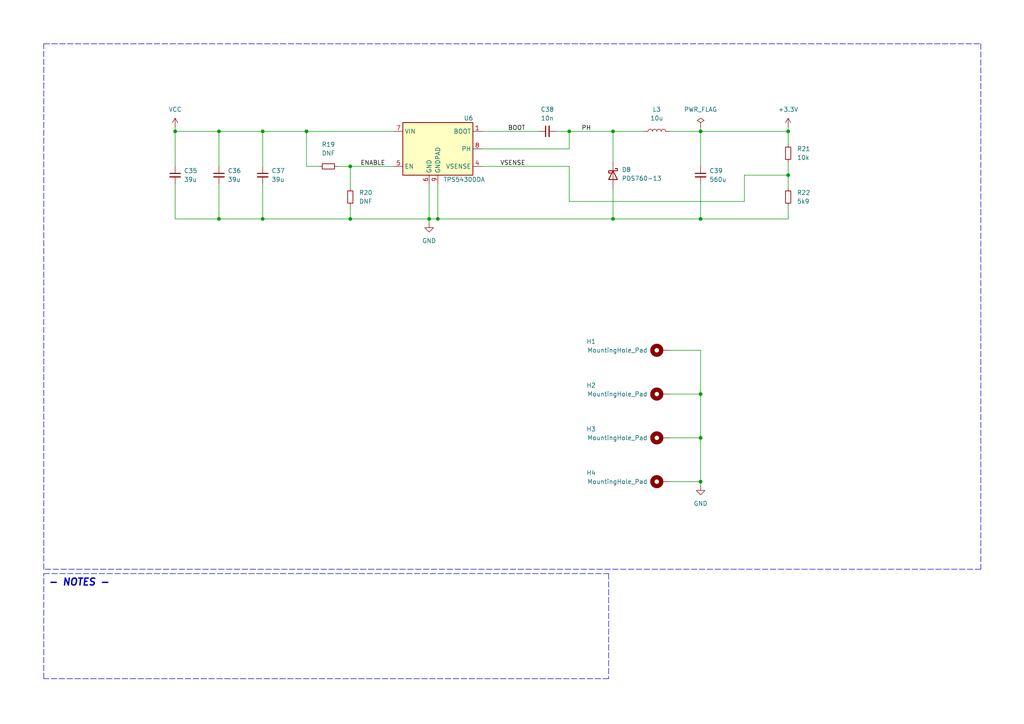
<source format=kicad_sch>
(kicad_sch (version 20211123) (generator eeschema)
  (paper "A4")
  (title_block (title "Caliban") (date "2023-02-25") (rev "A"))
  (lib_symbols
    (symbol "Device:C_Small" (pin_numbers hide) (pin_names (offset 0.254) hide)
      (property "Reference" "C" (at 0.254 1.778 0))
      (property "Value" "C_Small" (at 0.254 -2.032 0))
      (symbol "C_Small_0_1"
        (polyline (pts (xy -1.524 -0.508) (xy 1.524 -0.508)) (stroke (width 0.3302)))
        (polyline (pts (xy -1.524 0.508) (xy 1.524 0.508)) (stroke (width 0.3048)))
      )
      (symbol "C_Small_1_1"
        (pin passive line (at 0 2.54 270) (length 2.032) (name "~") (number "1"))
        (pin passive line (at 0 -2.54 90) (length 2.032) (name "~") (number "2"))
      )
    )
    (symbol "Device:D_Schottky" (pin_numbers hide) (pin_names (offset 1.016) hide)
      (property "Reference" "D" (at 0 2.54 0))
      (property "Value" "D_Schottky" (at 0 -2.54 0))
      (symbol "D_Schottky_0_1"
        (polyline (pts (xy 1.27 0) (xy -1.27 0)))
        (polyline (pts (xy 1.27 1.27) (xy 1.27 -1.27) (xy -1.27 0) (xy 1.27 1.27)) (stroke (width 0.254)))
        (polyline (pts (xy -1.905 0.635) (xy -1.905 1.27) (xy -1.27 1.27) (xy -1.27 -1.27) (xy -0.635 -1.27) (xy -0.635 -0.635)) (stroke (width 0.254)))
      )
      (symbol "D_Schottky_1_1"
        (pin passive line (at -3.81 0 0) (length 2.54) (name "K") (number "1"))
        (pin passive line (at 3.81 0 180) (length 2.54) (name "A") (number "2"))
      )
    )
    (symbol "Device:L" (pin_numbers hide) (pin_names (offset 1.016) hide)
      (property "Reference" "L" (at -1.27 0 90))
      (property "Value" "L" (at 1.905 0 90))
      (symbol "L_0_1"
        (arc (start 0 -2.54) (mid 0.635 -1.905) (end 0 -1.27))
        (arc (start 0 -1.27) (mid 0.635 -0.635) (end 0 0))
        (arc (start 0 0) (mid 0.635 0.635) (end 0 1.27))
        (arc (start 0 1.27) (mid 0.635 1.905) (end 0 2.54))
      )
      (symbol "L_1_1"
        (pin passive line (at 0 3.81 270) (length 1.27) (name "1") (number "1"))
        (pin passive line (at 0 -3.81 90) (length 1.27) (name "2") (number "2"))
      )
    )
    (symbol "Device:R_Small" (pin_numbers hide) (pin_names (offset 0.254) hide)
      (property "Reference" "R" (at 0.762 0.508 0))
      (property "Value" "R_Small" (at 0.762 -1.016 0))
      (symbol "R_Small_0_1"
        (rectangle (start -0.762 1.778) (end 0.762 -1.778) (stroke (width 0.2032)))
      )
      (symbol "R_Small_1_1"
        (pin passive line (at 0 2.54 270) (length 0.762) (name "~") (number "1"))
        (pin passive line (at 0 -2.54 90) (length 0.762) (name "~") (number "2"))
      )
    )
    (symbol "Mechanical:MountingHole_Pad" (pin_numbers hide) (pin_names (offset 1.016) hide)
      (property "Reference" "H" (at 0 6.35 0))
      (property "Value" "MountingHole_Pad" (at 0 4.445 0))
      (symbol "MountingHole_Pad_0_1"
        (circle (center 0 1.27) (radius 1.27) (stroke (width 1.27)))
      )
      (symbol "MountingHole_Pad_1_1"
        (pin input line (at 0 -2.54 90) (length 2.54) (name "1") (number "1"))
      )
    )
    (symbol "Regulator_Switching:TPS5430DDA"
      (property "Reference" "U" (at -10.16 8.89 0))
      (property "Value" "TPS5430DDA" (at -1.27 8.89 0))
      (symbol "TPS5430DDA_0_1"
        (rectangle (start -10.16 7.62) (end 10.16 -7.62) (stroke (width 0.254)) (fill (type background)))
      )
      (symbol "TPS5430DDA_1_1"
        (pin input line (at 12.7 5.08 180) (length 2.54) (name "BOOT") (number "1"))
        (pin no_connect line (at -10.16 2.54 0) (length 2.54) hide (name "NC") (number "2"))
        (pin no_connect line (at -10.16 -2.54 0) (length 2.54) hide (name "NC") (number "3"))
        (pin input line (at 12.7 -5.08 180) (length 2.54) (name "VSENSE") (number "4"))
        (pin input line (at -12.7 -5.08 0) (length 2.54) (name "EN") (number "5"))
        (pin power_in line (at -2.54 -10.16 90) (length 2.54) (name "GND") (number "6"))
        (pin power_in line (at -12.7 5.08 0) (length 2.54) (name "VIN") (number "7"))
        (pin output line (at 12.7 0 180) (length 2.54) (name "PH") (number "8"))
        (pin power_in line (at 0 -10.16 90) (length 2.54) (name "GNDPAD") (number "9"))
      )
    )
    (symbol "power:+3.3V" (power) (pin_names (offset 0))
      (property "Value" "+3.3V" (at 0 3.556 0))
      (symbol "+3.3V_0_1"
        (polyline (pts (xy -0.762 1.27) (xy 0 2.54)))
        (polyline (pts (xy 0 0) (xy 0 2.54)))
        (polyline (pts (xy 0 2.54) (xy 0.762 1.27)))
      )
      (symbol "+3.3V_1_1"
        (pin power_in line (at 0 0 90) (length 0) hide (name "+3.3V") (number "1"))
      )
    )
    (symbol "power:GND" (power) (pin_names (offset 0))
      (property "Value" "GND" (at 0 -3.81 0))
      (symbol "GND_0_1"
        (polyline (pts (xy 0 0) (xy 0 -1.27) (xy 1.27 -1.27) (xy 0 -2.54) (xy -1.27 -1.27) (xy 0 -1.27)))
      )
      (symbol "GND_1_1"
        (pin power_in line (at 0 0 270) (length 0) hide (name "GND") (number "1"))
      )
    )
    (symbol "power:PWR_FLAG" (power) (pin_numbers hide) (pin_names (offset 0) hide)
      (property "Value" "PWR_FLAG" (at 0 3.81 0))
      (symbol "PWR_FLAG_0_0"
        (pin power_out line (at 0 0 90) (length 0) (name "pwr") (number "1"))
      )
      (symbol "PWR_FLAG_0_1"
        (polyline (pts (xy 0 0) (xy 0 1.27) (xy -1.016 1.905) (xy 0 2.54) (xy 1.016 1.905) (xy 0 1.27)))
      )
    )
    (symbol "power:VCC" (power) (pin_names (offset 0))
      (property "Value" "VCC" (at 0 3.81 0))
      (symbol "VCC_0_1"
        (polyline (pts (xy -0.762 1.27) (xy 0 2.54)))
        (polyline (pts (xy 0 0) (xy 0 2.54)))
        (polyline (pts (xy 0 2.54) (xy 0.762 1.27)))
      )
      (symbol "VCC_1_1"
        (pin power_in line (at 0 0 90) (length 0) hide (name "VCC") (number "1"))
      )
    )
  )
  (junction (at 177.8 63.5))
  (junction (at 203.2 63.5))
  (junction (at 203.2 139.7))
  (junction (at 101.6 48.26))
  (junction (at 228.6 50.8))
  (junction (at 124.46 63.5))
  (junction (at 88.9 38.1))
  (junction (at 63.5 38.1))
  (junction (at 76.2 38.1))
  (junction (at 101.6 63.5))
  (junction (at 203.2 127))
  (junction (at 177.8 38.1))
  (junction (at 203.2 38.1))
  (junction (at 127 63.5))
  (junction (at 50.8 38.1))
  (junction (at 63.5 63.5))
  (junction (at 76.2 63.5))
  (junction (at 228.6 38.1))
  (junction (at 165.1 38.1))
  (junction (at 203.2 114.3))
  (polyline (pts (xy 176.53 166.37) (xy 176.53 196.85)))
  (wire (pts (xy 177.8 38.1) (xy 177.8 46.99)))
  (wire (pts (xy 203.2 38.1) (xy 203.2 48.26)))
  (wire (pts (xy 76.2 63.5) (xy 101.6 63.5)))
  (wire (pts (xy 76.2 38.1) (xy 88.9 38.1)))
  (wire (pts (xy 127 53.34) (xy 127 63.5)))
  (wire (pts (xy 177.8 38.1) (xy 186.69 38.1)))
  (wire (pts (xy 88.9 48.26) (xy 92.71 48.26)))
  (wire (pts (xy 228.6 46.99) (xy 228.6 50.8)))
  (wire (pts (xy 203.2 63.5) (xy 228.6 63.5)))
  (wire (pts (xy 203.2 114.3) (xy 203.2 127)))
  (wire (pts (xy 228.6 59.69) (xy 228.6 63.5)))
  (wire (pts (xy 50.8 53.34) (xy 50.8 63.5)))
  (wire (pts (xy 165.1 48.26) (xy 165.1 58.42)))
  (wire (pts (xy 228.6 41.91) (xy 228.6 38.1)))
  (wire (pts (xy 97.79 48.26) (xy 101.6 48.26)))
  (wire (pts (xy 101.6 48.26) (xy 114.3 48.26)))
  (wire (pts (xy 124.46 63.5) (xy 124.46 53.34)))
  (wire (pts (xy 203.2 139.7) (xy 194.31 139.7)))
  (wire (pts (xy 228.6 50.8) (xy 228.6 54.61)))
  (wire (pts (xy 203.2 127) (xy 194.31 127)))
  (polyline (pts (xy 12.7 196.85) (xy 12.7 166.37)))
  (wire (pts (xy 215.9 50.8) (xy 228.6 50.8)))
  (wire (pts (xy 177.8 63.5) (xy 203.2 63.5)))
  (wire (pts (xy 124.46 63.5) (xy 127 63.5)))
  (polyline (pts (xy 12.7 166.37) (xy 176.53 166.37)))
  (wire (pts (xy 194.31 38.1) (xy 203.2 38.1)))
  (wire (pts (xy 165.1 38.1) (xy 165.1 43.18)))
  (wire (pts (xy 50.8 63.5) (xy 63.5 63.5)))
  (wire (pts (xy 139.7 38.1) (xy 156.21 38.1)))
  (wire (pts (xy 63.5 53.34) (xy 63.5 63.5)))
  (wire (pts (xy 228.6 36.83) (xy 228.6 38.1)))
  (wire (pts (xy 76.2 53.34) (xy 76.2 63.5)))
  (polyline (pts (xy 12.7 165.1) (xy 12.7 12.7)))
  (wire (pts (xy 50.8 36.83) (xy 50.8 38.1)))
  (wire (pts (xy 76.2 38.1) (xy 76.2 48.26)))
  (wire (pts (xy 127 63.5) (xy 177.8 63.5)))
  (wire (pts (xy 203.2 63.5) (xy 203.2 53.34)))
  (wire (pts (xy 139.7 48.26) (xy 165.1 48.26)))
  (wire (pts (xy 161.29 38.1) (xy 165.1 38.1)))
  (wire (pts (xy 50.8 38.1) (xy 50.8 48.26)))
  (wire (pts (xy 194.31 114.3) (xy 203.2 114.3)))
  (wire (pts (xy 124.46 63.5) (xy 124.46 64.77)))
  (polyline (pts (xy 284.48 165.1) (xy 12.7 165.1)))
  (wire (pts (xy 165.1 38.1) (xy 177.8 38.1)))
  (polyline (pts (xy 12.7 12.7) (xy 284.48 12.7)))
  (polyline (pts (xy 284.48 12.7) (xy 284.48 165.1)))
  (wire (pts (xy 203.2 36.83) (xy 203.2 38.1)))
  (polyline (pts (xy 176.53 196.85) (xy 12.7 196.85)))
  (wire (pts (xy 101.6 63.5) (xy 124.46 63.5)))
  (wire (pts (xy 165.1 58.42) (xy 215.9 58.42)))
  (wire (pts (xy 63.5 38.1) (xy 76.2 38.1)))
  (wire (pts (xy 203.2 38.1) (xy 228.6 38.1)))
  (wire (pts (xy 203.2 139.7) (xy 203.2 140.97)))
  (wire (pts (xy 50.8 38.1) (xy 63.5 38.1)))
  (wire (pts (xy 88.9 38.1) (xy 114.3 38.1)))
  (wire (pts (xy 215.9 50.8) (xy 215.9 58.42)))
  (wire (pts (xy 101.6 59.69) (xy 101.6 63.5)))
  (wire (pts (xy 63.5 63.5) (xy 76.2 63.5)))
  (wire (pts (xy 63.5 38.1) (xy 63.5 48.26)))
  (wire (pts (xy 203.2 127) (xy 203.2 139.7)))
  (wire (pts (xy 177.8 54.61) (xy 177.8 63.5)))
  (wire (pts (xy 203.2 101.6) (xy 203.2 114.3)))
  (wire (pts (xy 101.6 48.26) (xy 101.6 54.61)))
  (wire (pts (xy 139.7 43.18) (xy 165.1 43.18)))
  (wire (pts (xy 194.31 101.6) (xy 203.2 101.6)))
  (wire (pts (xy 88.9 38.1) (xy 88.9 48.26)))
  (text "- NOTES -" (at 13.97 170.18 0) (effects (font (size 2 2) (thickness 0.4) bold italic) (justify left bottom)))
  (label "ENABLE" (at 111.76 48.26 180))
  (label "BOOT" (at 152.4 38.1 180))
  (label "VSENSE" (at 152.4 48.26 180))
  (label "PH" (at 171.45 38.1 180))
  (symbol (lib_id "Device:D_Schottky") (at 177.8 50.8 270) (unit 1)
    (property "Reference" "D8" (at 180.34 49.2124 90) (effects (justify left)))
    (property "Value" "PDS760-13" (at 180.34 51.7524 90) (effects (justify left)))
    (property "Footprint" "Diode_SMD:D_PowerDI-5" (effects hide))
  )
  (symbol (lib_id "power:GND") (at 203.2 140.97 0) (unit 1)
    (property "Reference" "#PWR0101" (effects hide))
    (property "Value" "GND" (at 203.2 146.05 0))
  )
  (symbol (lib_id "Device:L") (at 190.5 38.1 90) (unit 1)
    (property "Reference" "L3" (at 190.5 31.75 90))
    (property "Value" "10u" (at 190.5 34.29 90))
    (property "Footprint" "Inductor_SMD:L_Vishay_IHLP-4040" (effects hide))
  )
  (symbol (lib_id "power:GND") (at 124.46 64.77 0) (unit 1)
    (property "Reference" "#PWR0136" (effects hide))
    (property "Value" "GND" (at 124.46 69.85 0))
  )
  (symbol (lib_id "Device:C_Small") (at 50.8 50.8 0) (unit 1)
    (property "Reference" "C35" (at 53.34 49.5362 0) (effects (justify left)))
    (property "Value" "39u" (at 53.34 52.0762 0) (effects (justify left)))
    (property "Footprint" "Capacitor_SMD:CP_Elec_8x11.9" (effects hide))
  )
  (symbol (lib_id "power:PWR_FLAG") (at 203.2 36.83 0) (unit 1)
    (property "Reference" "#FLG0103" (effects hide))
    (property "Value" "PWR_FLAG" (at 203.2 31.75 0))
  )
  (symbol (lib_id "power:+3.3V") (at 228.6 36.83 0) (unit 1)
    (property "Reference" "#PWR0135" (effects hide))
    (property "Value" "+3.3V" (at 228.6 31.75 0))
  )
  (symbol (lib_id "Device:R_Small") (at 228.6 44.45 0) (unit 1)
    (property "Reference" "R21" (at 231.14 43.1799 0) (effects (justify left)))
    (property "Value" "10k" (at 231.14 45.7199 0) (effects (justify left)))
    (property "Footprint" "Resistor_SMD:R_0402_1005Metric_Pad0.72x0.64mm_HandSolder" (effects hide))
  )
  (symbol (lib_id "Device:C_Small") (at 203.2 50.8 0) (unit 1)
    (property "Reference" "C39" (at 205.74 49.5362 0) (effects (justify left)))
    (property "Value" "560u" (at 205.74 52.0762 0) (effects (justify left)))
    (property "Footprint" "Capacitor_SMD:CP_Elec_8x11.9" (effects hide))
  )
  (symbol (lib_id "Mechanical:MountingHole_Pad") (at 191.77 127 90) (unit 1)
    (property "Reference" "H3" (at 171.45 124.46 90))
    (property "Value" "MountingHole_Pad" (at 179.07 127 90))
    (property "Footprint" "MountingHole:MountingHole_2.2mm_M2_Pad" (effects hide))
  )
  (symbol (lib_id "Regulator_Switching:TPS5430DDA") (at 127 43.18 0) (unit 1)
    (property "Reference" "U6" (at 135.89 34.29 0))
    (property "Value" "TPS5430DDA" (at 134.62 52.07 0))
    (property "Footprint" "Package_SO:TI_SO-PowerPAD-8_ThermalVias" (effects hide))
    (property "Datasheet" "http://www.ti.com/lit/ds/symlink/tps5430.pdf" (effects hide))
  )
  (symbol (lib_id "Device:C_Small") (at 76.2 50.8 0) (unit 1)
    (property "Reference" "C37" (at 78.74 49.5362 0) (effects (justify left)))
    (property "Value" "39u" (at 78.74 52.0762 0) (effects (justify left)))
    (property "Footprint" "Capacitor_SMD:CP_Elec_8x11.9" (effects hide))
  )
  (symbol (lib_id "Mechanical:MountingHole_Pad") (at 191.77 139.7 90) (unit 1)
    (property "Reference" "H4" (at 171.45 137.16 90))
    (property "Value" "MountingHole_Pad" (at 179.07 139.7 90))
    (property "Footprint" "MountingHole:MountingHole_2.2mm_M2_Pad" (effects hide))
  )
  (symbol (lib_id "Mechanical:MountingHole_Pad") (at 191.77 101.6 90) (unit 1)
    (property "Reference" "H1" (at 171.45 99.06 90))
    (property "Value" "MountingHole_Pad" (at 179.07 101.6 90))
    (property "Footprint" "MountingHole:MountingHole_2.2mm_M2_Pad" (effects hide))
  )
  (symbol (lib_id "Device:C_Small") (at 158.75 38.1 90) (unit 1)
    (property "Reference" "C38" (at 158.7563 31.75 90))
    (property "Value" "10n" (at 158.7563 34.29 90))
    (property "Footprint" "Capacitor_SMD:C_0402_1005Metric_Pad0.74x0.62mm_HandSolder" (effects hide))
  )
  (symbol (lib_id "power:VCC") (at 50.8 36.83 0) (unit 1)
    (property "Reference" "#PWR0137" (effects hide))
    (property "Value" "VCC" (at 50.8 31.75 0))
  )
  (symbol (lib_id "Device:R_Small") (at 95.25 48.26 90) (unit 1)
    (property "Reference" "R19" (at 95.25 41.91 90))
    (property "Value" "DNF" (at 95.25 44.45 90))
    (property "Footprint" "Resistor_SMD:R_0402_1005Metric_Pad0.72x0.64mm_HandSolder" (effects hide))
  )
  (symbol (lib_id "Device:C_Small") (at 63.5 50.8 0) (unit 1)
    (property "Reference" "C36" (at 66.04 49.5362 0) (effects (justify left)))
    (property "Value" "39u" (at 66.04 52.0762 0) (effects (justify left)))
    (property "Footprint" "Capacitor_SMD:CP_Elec_8x11.9" (effects hide))
  )
  (symbol (lib_id "Mechanical:MountingHole_Pad") (at 191.77 114.3 90) (unit 1)
    (property "Reference" "H2" (at 171.45 111.76 90))
    (property "Value" "MountingHole_Pad" (at 179.07 114.3 90))
    (property "Footprint" "MountingHole:MountingHole_2.2mm_M2_Pad" (effects hide))
  )
  (symbol (lib_id "Device:R_Small") (at 228.6 57.15 0) (unit 1)
    (property "Reference" "R22" (at 231.14 55.8799 0) (effects (justify left)))
    (property "Value" "5k9" (at 231.14 58.4199 0) (effects (justify left)))
    (property "Footprint" "Resistor_SMD:R_0402_1005Metric_Pad0.72x0.64mm_HandSolder" (effects hide))
  )
  (symbol (lib_id "Device:R_Small") (at 101.6 57.15 0) (unit 1)
    (property "Reference" "R20" (at 104.14 55.8799 0) (effects (justify left)))
    (property "Value" "DNF" (at 104.14 58.4199 0) (effects (justify left)))
    (property "Footprint" "Resistor_SMD:R_0402_1005Metric_Pad0.72x0.64mm_HandSolder" (effects hide))
  )
)
</source>
